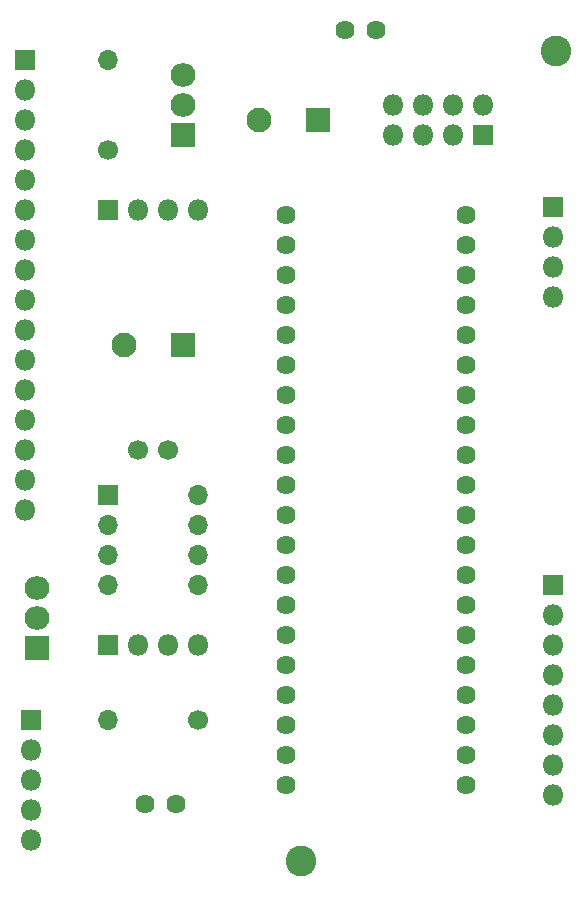
<source format=gts>
G04 #@! TF.GenerationSoftware,KiCad,Pcbnew,(5.1.6)-1*
G04 #@! TF.CreationDate,2021-07-21T10:19:36+01:00*
G04 #@! TF.ProjectId,master_controller_v1,6d617374-6572-45f6-936f-6e74726f6c6c,1.0*
G04 #@! TF.SameCoordinates,Original*
G04 #@! TF.FileFunction,Soldermask,Top*
G04 #@! TF.FilePolarity,Negative*
%FSLAX46Y46*%
G04 Gerber Fmt 4.6, Leading zero omitted, Abs format (unit mm)*
G04 Created by KiCad (PCBNEW (5.1.6)-1) date 2021-07-21 10:19:36*
%MOMM*%
%LPD*%
G01*
G04 APERTURE LIST*
%ADD10C,2.600000*%
%ADD11O,1.800000X1.800000*%
%ADD12R,1.800000X1.800000*%
%ADD13C,1.624000*%
%ADD14R,2.100000X2.100000*%
%ADD15C,2.100000*%
%ADD16O,1.700000X1.700000*%
%ADD17C,1.700000*%
%ADD18O,2.100000X2.005000*%
%ADD19R,2.100000X2.005000*%
%ADD20R,1.700000X1.700000*%
G04 APERTURE END LIST*
D10*
X109220000Y-168910000D03*
X130810000Y-100330000D03*
D11*
X100500000Y-113806000D03*
X97960000Y-113806000D03*
X95420000Y-113806000D03*
D12*
X92880000Y-113806000D03*
D13*
X96012000Y-164084000D03*
X98679000Y-164084000D03*
X112946000Y-98566000D03*
X115613000Y-98566000D03*
X107993000Y-114187000D03*
X107993000Y-116727000D03*
X107993000Y-119267000D03*
X107993000Y-121807000D03*
X107993000Y-124347000D03*
X107993000Y-126887000D03*
X107993000Y-129427000D03*
X107993000Y-131967000D03*
X107993000Y-134507000D03*
X107993000Y-137047000D03*
X107993000Y-139587000D03*
X107993000Y-142127000D03*
X107993000Y-144667000D03*
X107993000Y-147207000D03*
X107993000Y-149747000D03*
X107993000Y-152287000D03*
X107993000Y-154827000D03*
X107993000Y-157367000D03*
X107993000Y-159907000D03*
X107993000Y-162447000D03*
X123233000Y-162447000D03*
X123233000Y-159907000D03*
X123233000Y-157367000D03*
X123233000Y-154827000D03*
X123233000Y-152287000D03*
X123233000Y-149747000D03*
X123233000Y-147207000D03*
X123233000Y-144667000D03*
X123233000Y-142127000D03*
X123233000Y-139587000D03*
X123233000Y-137047000D03*
X123233000Y-134507000D03*
X123233000Y-131967000D03*
X123233000Y-129427000D03*
X123233000Y-126887000D03*
X123233000Y-124347000D03*
X123233000Y-121807000D03*
X123233000Y-119267000D03*
X123233000Y-116727000D03*
X123233000Y-114187000D03*
D14*
X99230000Y-125236000D03*
D15*
X94230000Y-125236000D03*
X105660000Y-106186000D03*
D14*
X110660000Y-106186000D03*
D11*
X85852000Y-139192000D03*
X85852000Y-136652000D03*
X85852000Y-134112000D03*
X85852000Y-131572000D03*
X85852000Y-129032000D03*
X85852000Y-126492000D03*
X85852000Y-123952000D03*
X85852000Y-121412000D03*
X85852000Y-118872000D03*
X85852000Y-116332000D03*
X85852000Y-113792000D03*
X85852000Y-111252000D03*
X85852000Y-108712000D03*
X85852000Y-106172000D03*
X85852000Y-103632000D03*
D12*
X85852000Y-101092000D03*
D11*
X86360000Y-167132000D03*
X86360000Y-164592000D03*
X86360000Y-162052000D03*
X86360000Y-159512000D03*
D12*
X86360000Y-156972000D03*
D11*
X100500000Y-150636000D03*
X97960000Y-150636000D03*
X95420000Y-150636000D03*
D12*
X92880000Y-150636000D03*
X124630000Y-107456000D03*
D11*
X124630000Y-104916000D03*
X122090000Y-107456000D03*
X122090000Y-104916000D03*
X119550000Y-107456000D03*
X119550000Y-104916000D03*
X117010000Y-107456000D03*
X117010000Y-104916000D03*
D12*
X130556000Y-113552000D03*
D11*
X130556000Y-116092000D03*
X130556000Y-118632000D03*
X130556000Y-121172000D03*
X130556000Y-163336000D03*
X130556000Y-160796000D03*
X130556000Y-158256000D03*
X130556000Y-155716000D03*
X130556000Y-153176000D03*
X130556000Y-150636000D03*
X130556000Y-148096000D03*
D12*
X130556000Y-145556000D03*
D16*
X92880000Y-101106000D03*
D17*
X92880000Y-108726000D03*
D18*
X99230000Y-102376000D03*
X99230000Y-104916000D03*
D19*
X99230000Y-107456000D03*
X86868000Y-150876000D03*
D18*
X86868000Y-148336000D03*
X86868000Y-145796000D03*
D16*
X100500000Y-137936000D03*
X92880000Y-145556000D03*
X100500000Y-140476000D03*
X92880000Y-143016000D03*
X100500000Y-143016000D03*
X92880000Y-140476000D03*
X100500000Y-145556000D03*
D20*
X92880000Y-137936000D03*
D16*
X92880000Y-156986000D03*
D17*
X100500000Y-156986000D03*
X97960000Y-134126000D03*
X95460000Y-134126000D03*
M02*

</source>
